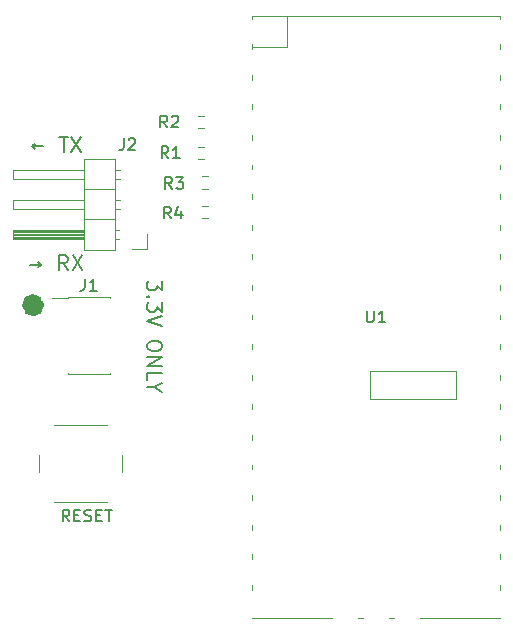
<source format=gbr>
%TF.GenerationSoftware,KiCad,Pcbnew,7.0.8*%
%TF.CreationDate,2023-10-07T15:52:59+09:00*%
%TF.ProjectId,KiCad,4b694361-642e-46b6-9963-61645f706362,rev?*%
%TF.SameCoordinates,PX41cdb40PY67f3540*%
%TF.FileFunction,Legend,Top*%
%TF.FilePolarity,Positive*%
%FSLAX46Y46*%
G04 Gerber Fmt 4.6, Leading zero omitted, Abs format (unit mm)*
G04 Created by KiCad (PCBNEW 7.0.8) date 2023-10-07 15:52:59*
%MOMM*%
%LPD*%
G01*
G04 APERTURE LIST*
%ADD10C,0.150000*%
%ADD11C,0.950000*%
%ADD12C,0.120000*%
%ADD13C,0.100000*%
G04 APERTURE END LIST*
D10*
X12910776Y30422745D02*
X12910776Y29648936D01*
X12910776Y29648936D02*
X12434585Y30065602D01*
X12434585Y30065602D02*
X12434585Y29887031D01*
X12434585Y29887031D02*
X12375061Y29767983D01*
X12375061Y29767983D02*
X12315538Y29708459D01*
X12315538Y29708459D02*
X12196490Y29648936D01*
X12196490Y29648936D02*
X11898871Y29648936D01*
X11898871Y29648936D02*
X11779823Y29708459D01*
X11779823Y29708459D02*
X11720300Y29767983D01*
X11720300Y29767983D02*
X11660776Y29887031D01*
X11660776Y29887031D02*
X11660776Y30244174D01*
X11660776Y30244174D02*
X11720300Y30363221D01*
X11720300Y30363221D02*
X11779823Y30422745D01*
X11779823Y29113221D02*
X11720300Y29053698D01*
X11720300Y29053698D02*
X11660776Y29113221D01*
X11660776Y29113221D02*
X11720300Y29172745D01*
X11720300Y29172745D02*
X11779823Y29113221D01*
X11779823Y29113221D02*
X11660776Y29113221D01*
X12910776Y28637031D02*
X12910776Y27863222D01*
X12910776Y27863222D02*
X12434585Y28279888D01*
X12434585Y28279888D02*
X12434585Y28101317D01*
X12434585Y28101317D02*
X12375061Y27982269D01*
X12375061Y27982269D02*
X12315538Y27922745D01*
X12315538Y27922745D02*
X12196490Y27863222D01*
X12196490Y27863222D02*
X11898871Y27863222D01*
X11898871Y27863222D02*
X11779823Y27922745D01*
X11779823Y27922745D02*
X11720300Y27982269D01*
X11720300Y27982269D02*
X11660776Y28101317D01*
X11660776Y28101317D02*
X11660776Y28458460D01*
X11660776Y28458460D02*
X11720300Y28577507D01*
X11720300Y28577507D02*
X11779823Y28637031D01*
X12910776Y27506079D02*
X11660776Y27089412D01*
X11660776Y27089412D02*
X12910776Y26672746D01*
X12910776Y25065602D02*
X12910776Y24827507D01*
X12910776Y24827507D02*
X12851252Y24708459D01*
X12851252Y24708459D02*
X12732204Y24589412D01*
X12732204Y24589412D02*
X12494109Y24529888D01*
X12494109Y24529888D02*
X12077442Y24529888D01*
X12077442Y24529888D02*
X11839347Y24589412D01*
X11839347Y24589412D02*
X11720300Y24708459D01*
X11720300Y24708459D02*
X11660776Y24827507D01*
X11660776Y24827507D02*
X11660776Y25065602D01*
X11660776Y25065602D02*
X11720300Y25184650D01*
X11720300Y25184650D02*
X11839347Y25303697D01*
X11839347Y25303697D02*
X12077442Y25363221D01*
X12077442Y25363221D02*
X12494109Y25363221D01*
X12494109Y25363221D02*
X12732204Y25303697D01*
X12732204Y25303697D02*
X12851252Y25184650D01*
X12851252Y25184650D02*
X12910776Y25065602D01*
X11660776Y23994173D02*
X12910776Y23994173D01*
X12910776Y23994173D02*
X11660776Y23279888D01*
X11660776Y23279888D02*
X12910776Y23279888D01*
X11660776Y22089411D02*
X11660776Y22684649D01*
X11660776Y22684649D02*
X12910776Y22684649D01*
X12256014Y21434649D02*
X11660776Y21434649D01*
X12910776Y21851316D02*
X12256014Y21434649D01*
X12256014Y21434649D02*
X12910776Y21017983D01*
X1696303Y31836967D02*
X2648684Y31836967D01*
X2410588Y31598872D02*
X2648684Y31836967D01*
X2648684Y31836967D02*
X2410588Y32075062D01*
X4910588Y31360777D02*
X4493922Y31956015D01*
X4196303Y31360777D02*
X4196303Y32610777D01*
X4196303Y32610777D02*
X4672493Y32610777D01*
X4672493Y32610777D02*
X4791541Y32551253D01*
X4791541Y32551253D02*
X4851064Y32491729D01*
X4851064Y32491729D02*
X4910588Y32372681D01*
X4910588Y32372681D02*
X4910588Y32194110D01*
X4910588Y32194110D02*
X4851064Y32075062D01*
X4851064Y32075062D02*
X4791541Y32015539D01*
X4791541Y32015539D02*
X4672493Y31956015D01*
X4672493Y31956015D02*
X4196303Y31956015D01*
X5327255Y32610777D02*
X6160588Y31360777D01*
X6160588Y32610777D02*
X5327255Y31360777D01*
X2848684Y41836967D02*
X1896303Y41836967D01*
X2134398Y41598872D02*
X1896303Y41836967D01*
X1896303Y41836967D02*
X2134398Y42075062D01*
X4217731Y42610777D02*
X4932017Y42610777D01*
X4574874Y41360777D02*
X4574874Y42610777D01*
X5229636Y42610777D02*
X6062969Y41360777D01*
X6062969Y42610777D02*
X5229636Y41360777D01*
D11*
X2450000Y28400000D02*
G75*
G03*
X2450000Y28400000I-475000J0D01*
G01*
D10*
X9641666Y42520181D02*
X9641666Y41805896D01*
X9641666Y41805896D02*
X9594047Y41663039D01*
X9594047Y41663039D02*
X9498809Y41567800D01*
X9498809Y41567800D02*
X9355952Y41520181D01*
X9355952Y41520181D02*
X9260714Y41520181D01*
X10070238Y42424943D02*
X10117857Y42472562D01*
X10117857Y42472562D02*
X10213095Y42520181D01*
X10213095Y42520181D02*
X10451190Y42520181D01*
X10451190Y42520181D02*
X10546428Y42472562D01*
X10546428Y42472562D02*
X10594047Y42424943D01*
X10594047Y42424943D02*
X10641666Y42329705D01*
X10641666Y42329705D02*
X10641666Y42234467D01*
X10641666Y42234467D02*
X10594047Y42091610D01*
X10594047Y42091610D02*
X10022619Y41520181D01*
X10022619Y41520181D02*
X10641666Y41520181D01*
X13645833Y35745181D02*
X13312500Y36221372D01*
X13074405Y35745181D02*
X13074405Y36745181D01*
X13074405Y36745181D02*
X13455357Y36745181D01*
X13455357Y36745181D02*
X13550595Y36697562D01*
X13550595Y36697562D02*
X13598214Y36649943D01*
X13598214Y36649943D02*
X13645833Y36554705D01*
X13645833Y36554705D02*
X13645833Y36411848D01*
X13645833Y36411848D02*
X13598214Y36316610D01*
X13598214Y36316610D02*
X13550595Y36268991D01*
X13550595Y36268991D02*
X13455357Y36221372D01*
X13455357Y36221372D02*
X13074405Y36221372D01*
X14502976Y36411848D02*
X14502976Y35745181D01*
X14264881Y36792800D02*
X14026786Y36078515D01*
X14026786Y36078515D02*
X14645833Y36078515D01*
X13745833Y38245181D02*
X13412500Y38721372D01*
X13174405Y38245181D02*
X13174405Y39245181D01*
X13174405Y39245181D02*
X13555357Y39245181D01*
X13555357Y39245181D02*
X13650595Y39197562D01*
X13650595Y39197562D02*
X13698214Y39149943D01*
X13698214Y39149943D02*
X13745833Y39054705D01*
X13745833Y39054705D02*
X13745833Y38911848D01*
X13745833Y38911848D02*
X13698214Y38816610D01*
X13698214Y38816610D02*
X13650595Y38768991D01*
X13650595Y38768991D02*
X13555357Y38721372D01*
X13555357Y38721372D02*
X13174405Y38721372D01*
X14079167Y39245181D02*
X14698214Y39245181D01*
X14698214Y39245181D02*
X14364881Y38864229D01*
X14364881Y38864229D02*
X14507738Y38864229D01*
X14507738Y38864229D02*
X14602976Y38816610D01*
X14602976Y38816610D02*
X14650595Y38768991D01*
X14650595Y38768991D02*
X14698214Y38673753D01*
X14698214Y38673753D02*
X14698214Y38435658D01*
X14698214Y38435658D02*
X14650595Y38340420D01*
X14650595Y38340420D02*
X14602976Y38292800D01*
X14602976Y38292800D02*
X14507738Y38245181D01*
X14507738Y38245181D02*
X14222024Y38245181D01*
X14222024Y38245181D02*
X14126786Y38292800D01*
X14126786Y38292800D02*
X14079167Y38340420D01*
X6366666Y30630181D02*
X6366666Y29915896D01*
X6366666Y29915896D02*
X6319047Y29773039D01*
X6319047Y29773039D02*
X6223809Y29677800D01*
X6223809Y29677800D02*
X6080952Y29630181D01*
X6080952Y29630181D02*
X5985714Y29630181D01*
X7366666Y29630181D02*
X6795238Y29630181D01*
X7080952Y29630181D02*
X7080952Y30630181D01*
X7080952Y30630181D02*
X6985714Y30487324D01*
X6985714Y30487324D02*
X6890476Y30392086D01*
X6890476Y30392086D02*
X6795238Y30344467D01*
X30238095Y27945181D02*
X30238095Y27135658D01*
X30238095Y27135658D02*
X30285714Y27040420D01*
X30285714Y27040420D02*
X30333333Y26992800D01*
X30333333Y26992800D02*
X30428571Y26945181D01*
X30428571Y26945181D02*
X30619047Y26945181D01*
X30619047Y26945181D02*
X30714285Y26992800D01*
X30714285Y26992800D02*
X30761904Y27040420D01*
X30761904Y27040420D02*
X30809523Y27135658D01*
X30809523Y27135658D02*
X30809523Y27945181D01*
X31809523Y26945181D02*
X31238095Y26945181D01*
X31523809Y26945181D02*
X31523809Y27945181D01*
X31523809Y27945181D02*
X31428571Y27802324D01*
X31428571Y27802324D02*
X31333333Y27707086D01*
X31333333Y27707086D02*
X31238095Y27659467D01*
X13433333Y40845181D02*
X13100000Y41321372D01*
X12861905Y40845181D02*
X12861905Y41845181D01*
X12861905Y41845181D02*
X13242857Y41845181D01*
X13242857Y41845181D02*
X13338095Y41797562D01*
X13338095Y41797562D02*
X13385714Y41749943D01*
X13385714Y41749943D02*
X13433333Y41654705D01*
X13433333Y41654705D02*
X13433333Y41511848D01*
X13433333Y41511848D02*
X13385714Y41416610D01*
X13385714Y41416610D02*
X13338095Y41368991D01*
X13338095Y41368991D02*
X13242857Y41321372D01*
X13242857Y41321372D02*
X12861905Y41321372D01*
X14385714Y40845181D02*
X13814286Y40845181D01*
X14100000Y40845181D02*
X14100000Y41845181D01*
X14100000Y41845181D02*
X14004762Y41702324D01*
X14004762Y41702324D02*
X13909524Y41607086D01*
X13909524Y41607086D02*
X13814286Y41559467D01*
X5047618Y10095181D02*
X4714285Y10571372D01*
X4476190Y10095181D02*
X4476190Y11095181D01*
X4476190Y11095181D02*
X4857142Y11095181D01*
X4857142Y11095181D02*
X4952380Y11047562D01*
X4952380Y11047562D02*
X4999999Y10999943D01*
X4999999Y10999943D02*
X5047618Y10904705D01*
X5047618Y10904705D02*
X5047618Y10761848D01*
X5047618Y10761848D02*
X4999999Y10666610D01*
X4999999Y10666610D02*
X4952380Y10618991D01*
X4952380Y10618991D02*
X4857142Y10571372D01*
X4857142Y10571372D02*
X4476190Y10571372D01*
X5476190Y10618991D02*
X5809523Y10618991D01*
X5952380Y10095181D02*
X5476190Y10095181D01*
X5476190Y10095181D02*
X5476190Y11095181D01*
X5476190Y11095181D02*
X5952380Y11095181D01*
X6333333Y10142800D02*
X6476190Y10095181D01*
X6476190Y10095181D02*
X6714285Y10095181D01*
X6714285Y10095181D02*
X6809523Y10142800D01*
X6809523Y10142800D02*
X6857142Y10190420D01*
X6857142Y10190420D02*
X6904761Y10285658D01*
X6904761Y10285658D02*
X6904761Y10380896D01*
X6904761Y10380896D02*
X6857142Y10476134D01*
X6857142Y10476134D02*
X6809523Y10523753D01*
X6809523Y10523753D02*
X6714285Y10571372D01*
X6714285Y10571372D02*
X6523809Y10618991D01*
X6523809Y10618991D02*
X6428571Y10666610D01*
X6428571Y10666610D02*
X6380952Y10714229D01*
X6380952Y10714229D02*
X6333333Y10809467D01*
X6333333Y10809467D02*
X6333333Y10904705D01*
X6333333Y10904705D02*
X6380952Y10999943D01*
X6380952Y10999943D02*
X6428571Y11047562D01*
X6428571Y11047562D02*
X6523809Y11095181D01*
X6523809Y11095181D02*
X6761904Y11095181D01*
X6761904Y11095181D02*
X6904761Y11047562D01*
X7333333Y10618991D02*
X7666666Y10618991D01*
X7809523Y10095181D02*
X7333333Y10095181D01*
X7333333Y10095181D02*
X7333333Y11095181D01*
X7333333Y11095181D02*
X7809523Y11095181D01*
X8095238Y11095181D02*
X8666666Y11095181D01*
X8380952Y10095181D02*
X8380952Y11095181D01*
X13333333Y43445181D02*
X13000000Y43921372D01*
X12761905Y43445181D02*
X12761905Y44445181D01*
X12761905Y44445181D02*
X13142857Y44445181D01*
X13142857Y44445181D02*
X13238095Y44397562D01*
X13238095Y44397562D02*
X13285714Y44349943D01*
X13285714Y44349943D02*
X13333333Y44254705D01*
X13333333Y44254705D02*
X13333333Y44111848D01*
X13333333Y44111848D02*
X13285714Y44016610D01*
X13285714Y44016610D02*
X13238095Y43968991D01*
X13238095Y43968991D02*
X13142857Y43921372D01*
X13142857Y43921372D02*
X12761905Y43921372D01*
X13714286Y44349943D02*
X13761905Y44397562D01*
X13761905Y44397562D02*
X13857143Y44445181D01*
X13857143Y44445181D02*
X14095238Y44445181D01*
X14095238Y44445181D02*
X14190476Y44397562D01*
X14190476Y44397562D02*
X14238095Y44349943D01*
X14238095Y44349943D02*
X14285714Y44254705D01*
X14285714Y44254705D02*
X14285714Y44159467D01*
X14285714Y44159467D02*
X14238095Y44016610D01*
X14238095Y44016610D02*
X13666667Y43445181D01*
X13666667Y43445181D02*
X14285714Y43445181D01*
D12*
%TO.C,J2*%
X6275000Y34200000D02*
X275000Y34200000D01*
X9265000Y34020000D02*
X8935000Y34020000D01*
X275000Y37320000D02*
X6275000Y37320000D01*
X9332071Y39100000D02*
X8935000Y39100000D01*
X6275000Y34440000D02*
X275000Y34440000D01*
X6275000Y34020000D02*
X275000Y34020000D01*
X6275000Y40810000D02*
X6275000Y33070000D01*
X275000Y36560000D02*
X275000Y37320000D01*
X9265000Y34780000D02*
X8935000Y34780000D01*
X6275000Y36560000D02*
X275000Y36560000D01*
X6275000Y39100000D02*
X275000Y39100000D01*
X275000Y34020000D02*
X275000Y34780000D01*
X6275000Y33070000D02*
X8935000Y33070000D01*
X275000Y39100000D02*
X275000Y39860000D01*
X9332071Y36560000D02*
X8935000Y36560000D01*
X6275000Y34680000D02*
X275000Y34680000D01*
X11645000Y34400000D02*
X11645000Y33130000D01*
X9332071Y39860000D02*
X8935000Y39860000D01*
X8935000Y33070000D02*
X8935000Y40810000D01*
X6275000Y34320000D02*
X275000Y34320000D01*
X8935000Y38210000D02*
X6275000Y38210000D01*
X6275000Y34080000D02*
X275000Y34080000D01*
X275000Y39860000D02*
X6275000Y39860000D01*
X11645000Y33130000D02*
X10375000Y33130000D01*
X275000Y34780000D02*
X6275000Y34780000D01*
X8935000Y35670000D02*
X6275000Y35670000D01*
X6275000Y34560000D02*
X275000Y34560000D01*
X9332071Y37320000D02*
X8935000Y37320000D01*
X8935000Y40810000D02*
X6275000Y40810000D01*
%TO.C,R4*%
X16245276Y36822500D02*
X16754724Y36822500D01*
X16245276Y35777500D02*
X16754724Y35777500D01*
%TO.C,R3*%
X16245276Y39322500D02*
X16754724Y39322500D01*
X16245276Y38277500D02*
X16754724Y38277500D01*
%TO.C,J1*%
X3610000Y29020000D02*
X4935000Y29020000D01*
X4935000Y29085000D02*
X4935000Y29020000D01*
X4935000Y29085000D02*
X8465000Y29085000D01*
X4935000Y22680000D02*
X4935000Y22615000D01*
X4935000Y22615000D02*
X8465000Y22615000D01*
X8465000Y29085000D02*
X8465000Y29020000D01*
X8465000Y22680000D02*
X8465000Y22615000D01*
%TO.C,U1*%
X20500000Y52900000D02*
X20500000Y52600000D01*
X20500000Y52900000D02*
X41500000Y52900000D01*
X20500000Y50500000D02*
X20500000Y50100000D01*
X20500000Y50233000D02*
X23507000Y50233000D01*
X20500000Y47900000D02*
X20500000Y47500000D01*
X20500000Y45400000D02*
X20500000Y45000000D01*
X20500000Y42800000D02*
X20500000Y42400000D01*
X20500000Y40300000D02*
X20500000Y39900000D01*
X20500000Y37800000D02*
X20500000Y37400000D01*
X20500000Y35200000D02*
X20500000Y34800000D01*
X20500000Y32700000D02*
X20500000Y32300000D01*
X20500000Y30100000D02*
X20500000Y29700000D01*
X20500000Y27600000D02*
X20500000Y27200000D01*
X20500000Y25100000D02*
X20500000Y24700000D01*
X20500000Y22500000D02*
X20500000Y22100000D01*
X20500000Y20000000D02*
X20500000Y19600000D01*
X20500000Y17400000D02*
X20500000Y17000000D01*
X20500000Y14900000D02*
X20500000Y14500000D01*
X20500000Y12300000D02*
X20500000Y11900000D01*
X20500000Y9800000D02*
X20500000Y9400000D01*
X20500000Y7300000D02*
X20500000Y6900000D01*
X20500000Y4700000D02*
X20500000Y4300000D01*
X23507000Y50233000D02*
X23507000Y52900000D01*
X27300000Y1900000D02*
X20500000Y1900000D01*
X29500000Y1900000D02*
X29900000Y1900000D01*
X32100000Y1900000D02*
X32500000Y1900000D01*
X41500000Y52900000D02*
X41500000Y52600000D01*
X41500000Y50500000D02*
X41500000Y50100000D01*
X41500000Y47900000D02*
X41500000Y47500000D01*
X41500000Y45400000D02*
X41500000Y45000000D01*
X41500000Y42800000D02*
X41500000Y42400000D01*
X41500000Y40300000D02*
X41500000Y39900000D01*
X41500000Y37800000D02*
X41500000Y37400000D01*
X41500000Y35200000D02*
X41500000Y34800000D01*
X41500000Y32700000D02*
X41500000Y32300000D01*
X41500000Y30100000D02*
X41500000Y29700000D01*
X41500000Y27600000D02*
X41500000Y27200000D01*
X41500000Y25100000D02*
X41500000Y24700000D01*
X41500000Y22500000D02*
X41500000Y22100000D01*
X41500000Y20000000D02*
X41500000Y19600000D01*
X41500000Y17400000D02*
X41500000Y17000000D01*
X41500000Y14900000D02*
X41500000Y14500000D01*
X41500000Y12300000D02*
X41500000Y11900000D01*
X41500000Y9800000D02*
X41500000Y9400000D01*
X41500000Y7300000D02*
X41500000Y6900000D01*
X41500000Y4700000D02*
X41500000Y4300000D01*
X41500000Y1900000D02*
X34700000Y1900000D01*
D13*
X30500000Y22800000D02*
X37800000Y22800000D01*
X37800000Y22800000D02*
X37800000Y20500000D01*
X37800000Y20500000D02*
X30500000Y20500000D01*
X30500000Y20500000D02*
X30500000Y22800000D01*
D12*
%TO.C,R1*%
X15932776Y41822500D02*
X16442224Y41822500D01*
X15932776Y40777500D02*
X16442224Y40777500D01*
%TO.C,SW1*%
X2500000Y15750000D02*
X2500000Y14250000D01*
X3750000Y11750000D02*
X8250000Y11750000D01*
X8250000Y18250000D02*
X3750000Y18250000D01*
X9500000Y14250000D02*
X9500000Y15750000D01*
%TO.C,R2*%
X15932776Y44422500D02*
X16442224Y44422500D01*
X15932776Y43377500D02*
X16442224Y43377500D01*
%TD*%
M02*

</source>
